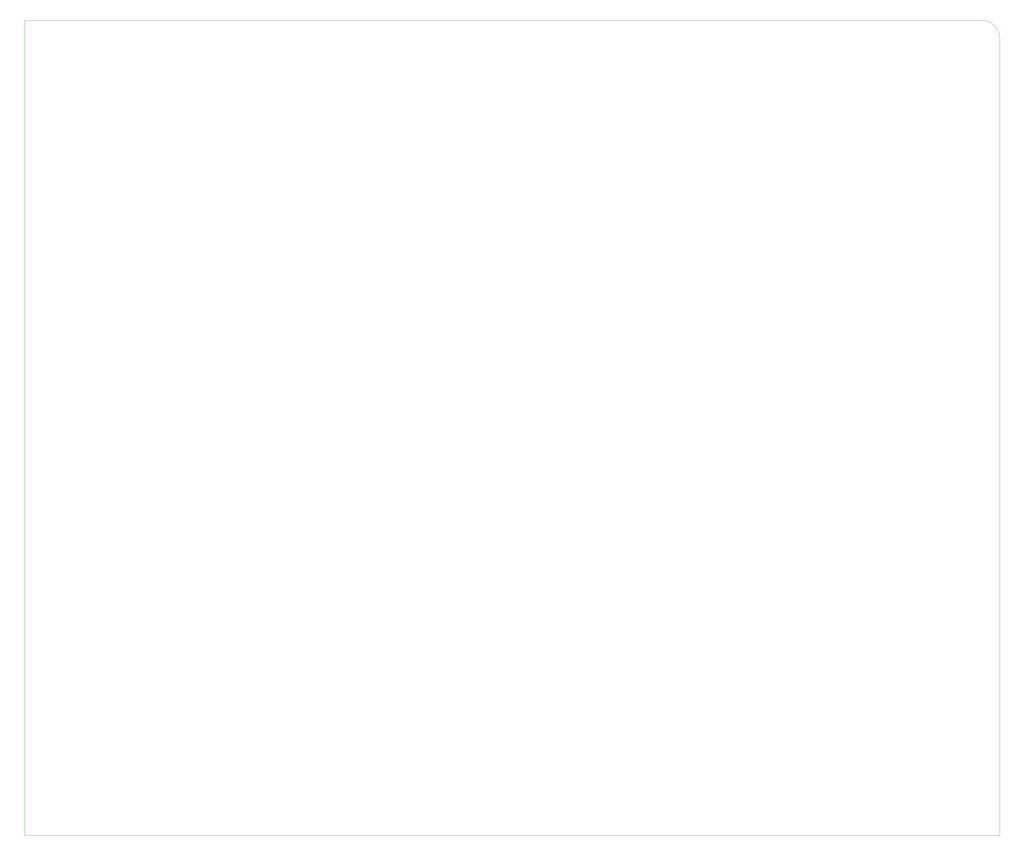
<source format=gm1>
%TF.GenerationSoftware,KiCad,Pcbnew,(6.0.4)*%
%TF.CreationDate,2022-05-26T23:32:26-07:00*%
%TF.ProjectId,top_R,746f705f-522e-46b6-9963-61645f706362,rev?*%
%TF.SameCoordinates,Original*%
%TF.FileFunction,Profile,NP*%
%FSLAX46Y46*%
G04 Gerber Fmt 4.6, Leading zero omitted, Abs format (unit mm)*
G04 Created by KiCad (PCBNEW (6.0.4)) date 2022-05-26 23:32:26*
%MOMM*%
%LPD*%
G01*
G04 APERTURE LIST*
%TA.AperFunction,Profile*%
%ADD10C,0.100000*%
%TD*%
G04 APERTURE END LIST*
D10*
X20000000Y-20000000D02*
X20000000Y-250000000D01*
X20000000Y-20000000D02*
X290000000Y-20000000D01*
X295000000Y-25000000D02*
G75*
G03*
X290000000Y-20000000I-5000000J0D01*
G01*
X295000000Y-25000000D02*
X295000000Y-250000000D01*
X20000000Y-250000000D02*
X295000000Y-250000000D01*
M02*

</source>
